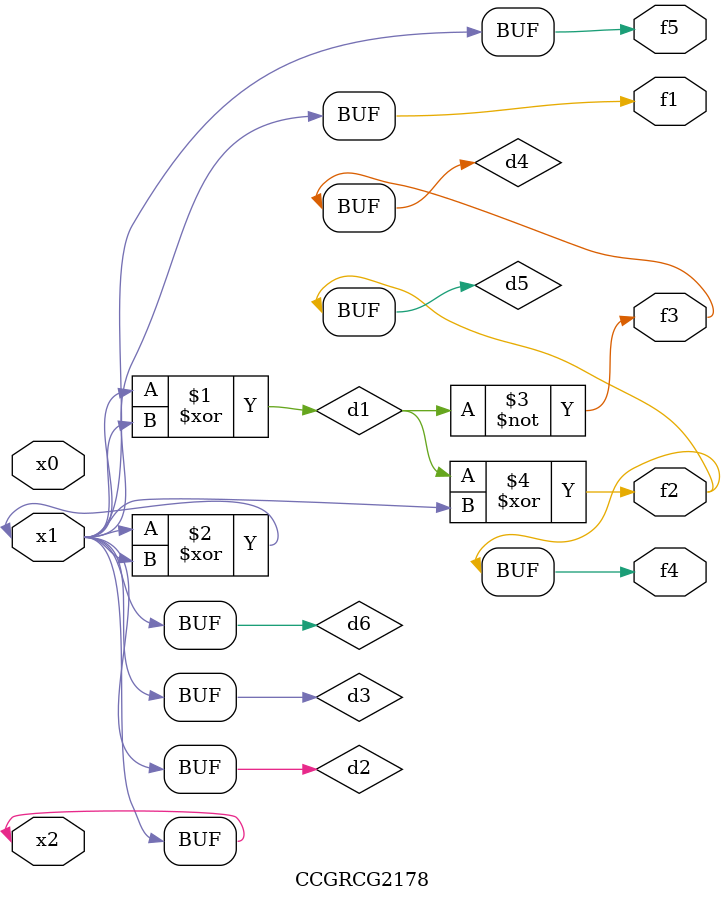
<source format=v>
module CCGRCG2178(
	input x0, x1, x2,
	output f1, f2, f3, f4, f5
);

	wire d1, d2, d3, d4, d5, d6;

	xor (d1, x1, x2);
	buf (d2, x1, x2);
	xor (d3, x1, x2);
	nor (d4, d1);
	xor (d5, d1, d2);
	buf (d6, d2, d3);
	assign f1 = d6;
	assign f2 = d5;
	assign f3 = d4;
	assign f4 = d5;
	assign f5 = d6;
endmodule

</source>
